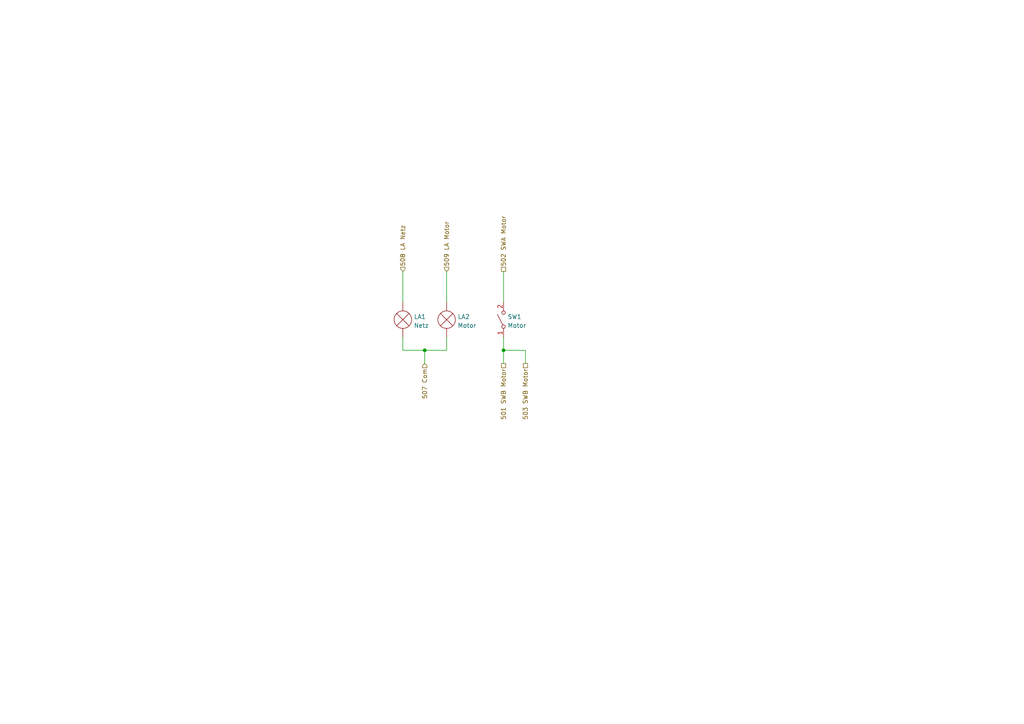
<source format=kicad_sch>
(kicad_sch (version 20211123) (generator eeschema)
  (paper "A4")
  (lib_symbols
    (symbol "Device:Lamp" (pin_numbers hide) (pin_names (offset 0.0254) hide)
      (property "Reference" "LA" (at 0.635 3.81 0))
      (property "Value" "Lamp" (at 0.635 -3.81 0))
      (symbol "Lamp_0_1"
        (polyline (pts (xy -1.778 1.778) (xy 1.778 -1.778)))
        (polyline (pts (xy 1.778 1.778) (xy -1.778 -1.778)))
        (circle (center 0 0) (radius 2.54))
      )
      (symbol "Lamp_1_1"
        (pin passive line (at 0 -5.08 90) (length 2.54) (name "-") (number "1"))
        (pin passive line (at 0 5.08 270) (length 2.54) (name "+") (number "2"))
      )
    )
    (symbol "Switch:SW_SPST" (pin_names (offset 0) hide)
      (property "Reference" "SW" (at 0 3.175 0))
      (property "Value" "SW_SPST" (at 0 -2.54 0))
      (symbol "SW_SPST_0_0"
        (circle (center -2.032 0) (radius 0.508))
        (polyline (pts (xy -1.524 0.254) (xy 1.524 1.778)))
        (circle (center 2.032 0) (radius 0.508))
      )
      (symbol "SW_SPST_1_1"
        (pin passive line (at -5.08 0 0) (length 2.54) (name "A") (number "1"))
        (pin passive line (at 5.08 0 180) (length 2.54) (name "B") (number "2"))
      )
    )
  )
  (junction (at 123.19 101.6))
  (junction (at 146.05 101.6))
  (wire (pts (xy 123.19 101.6) (xy 129.54 101.6)))
  (wire (pts (xy 129.54 78.74) (xy 129.54 87.63)))
  (wire (pts (xy 123.19 101.6) (xy 123.19 105.41)))
  (wire (pts (xy 152.4 105.41) (xy 152.4 101.6)))
  (wire (pts (xy 146.05 101.6) (xy 152.4 101.6)))
  (wire (pts (xy 146.05 101.6) (xy 146.05 105.41)))
  (wire (pts (xy 146.05 78.74) (xy 146.05 87.63)))
  (wire (pts (xy 116.84 97.79) (xy 116.84 101.6)))
  (wire (pts (xy 116.84 78.74) (xy 116.84 87.63)))
  (wire (pts (xy 146.05 97.79) (xy 146.05 101.6)))
  (wire (pts (xy 129.54 97.79) (xy 129.54 101.6)))
  (wire (pts (xy 116.84 101.6) (xy 123.19 101.6)))
  (hierarchical_label "502 SWA Motor" (shape passive) (at 146.05 78.74 90))
  (hierarchical_label "503 SWB Motor" (shape passive) (at 152.4 105.41 270))
  (hierarchical_label "507 Com" (shape input) (at 123.19 105.41 270))
  (hierarchical_label "501 SWB Motor" (shape passive) (at 146.05 105.41 270))
  (hierarchical_label "509 LA Motor" (shape input) (at 129.54 78.74 90))
  (hierarchical_label "508 LA Netz" (shape input) (at 116.84 78.74 90))
  (symbol (lib_id "Device:Lamp") (at 129.54 92.71 0) (unit 1)
    (property "Reference" "LA2" (at 132.715 91.8753 0) (effects (justify left)))
    (property "Value" "Motor" (at 132.715 94.4122 0) (effects (justify left)))
  )
  (symbol (lib_id "Device:Lamp") (at 116.84 92.71 0) (unit 1)
    (property "Reference" "LA1" (at 120.015 91.8753 0) (effects (justify left)))
    (property "Value" "Netz" (at 120.015 94.4122 0) (effects (justify left)))
  )
  (symbol (lib_id "Switch:SW_SPST") (at 146.05 92.71 90) (unit 1)
    (property "Reference" "SW1" (at 147.193 91.8753 90) (effects (justify right)))
    (property "Value" "Motor" (at 147.193 94.4122 90) (effects (justify right)))
  )
)
</source>
